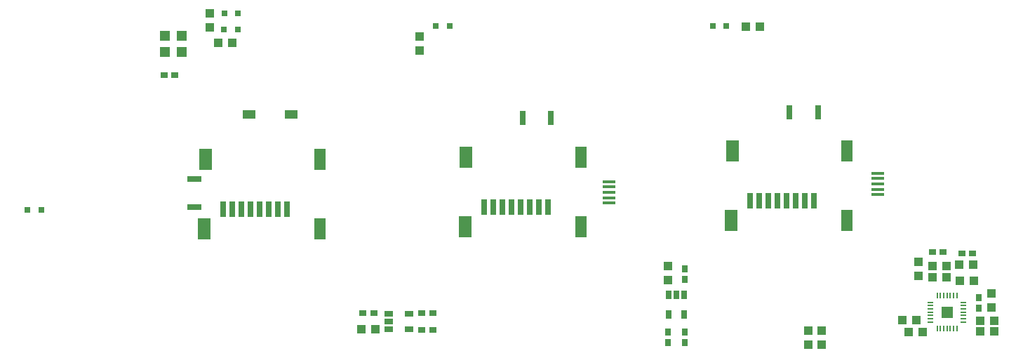
<source format=gtp>
G04*
G04 #@! TF.GenerationSoftware,Altium Limited,Altium Designer,21.9.2 (33)*
G04*
G04 Layer_Color=8421504*
%FSLAX25Y25*%
%MOIN*%
G70*
G04*
G04 #@! TF.SameCoordinates,4219B8C6-809A-426F-B61B-8FBD35EC1222*
G04*
G04*
G04 #@! TF.FilePolarity,Positive*
G04*
G01*
G75*
%ADD15R,0.05709X0.09843*%
%ADD16R,0.05906X0.09843*%
%ADD17R,0.03150X0.07480*%
%ADD18R,0.03937X0.04331*%
%ADD19R,0.03150X0.03150*%
%ADD20R,0.03150X0.06693*%
%ADD21R,0.06693X0.03150*%
%ADD22R,0.06299X0.03937*%
%ADD23R,0.05118X0.05118*%
%ADD24R,0.05906X0.01772*%
%ADD25R,0.04331X0.03937*%
%ADD26R,0.03543X0.02756*%
%ADD27R,0.04331X0.02559*%
%ADD28R,0.02756X0.03543*%
%ADD29O,0.03150X0.00787*%
%ADD30O,0.00787X0.03150*%
%ADD31R,0.05236X0.05236*%
%ADD32R,0.02559X0.04331*%
D15*
X136596Y-49138D02*
D03*
X136549Y-82138D02*
D03*
X386886Y-78138D02*
D03*
X386933Y-45138D02*
D03*
X260386Y-81138D02*
D03*
X260433Y-48138D02*
D03*
D16*
X82096Y-49138D02*
D03*
X81596Y-82138D02*
D03*
X331933Y-78138D02*
D03*
X332433Y-45138D02*
D03*
X205433Y-81138D02*
D03*
X205933Y-48138D02*
D03*
D17*
X90584Y-72690D02*
D03*
X94915D02*
D03*
X99246D02*
D03*
X103576D02*
D03*
X107907D02*
D03*
X112238D02*
D03*
X116569D02*
D03*
X120899D02*
D03*
X371236Y-68690D02*
D03*
X366905D02*
D03*
X362575D02*
D03*
X358244D02*
D03*
X353913D02*
D03*
X349583D02*
D03*
X345252D02*
D03*
X340921D02*
D03*
X244736Y-71690D02*
D03*
X240406D02*
D03*
X236075D02*
D03*
X231744D02*
D03*
X227413D02*
D03*
X223083D02*
D03*
X218752D02*
D03*
X214421D02*
D03*
D18*
X374933Y-136985D02*
D03*
Y-130292D02*
D03*
X368433Y-137185D02*
D03*
Y-130492D02*
D03*
X84233Y20308D02*
D03*
Y13615D02*
D03*
X455433Y-112792D02*
D03*
Y-119485D02*
D03*
X301933Y-106485D02*
D03*
Y-99792D02*
D03*
X183996Y9208D02*
D03*
Y2515D02*
D03*
X420933Y-104485D02*
D03*
Y-97792D02*
D03*
D19*
X97581Y20362D02*
D03*
X91085D02*
D03*
X90885Y12462D02*
D03*
X97381D02*
D03*
X-2315Y-73038D02*
D03*
X4181D02*
D03*
X198181Y14362D02*
D03*
X191685D02*
D03*
X323048Y14262D02*
D03*
X329544D02*
D03*
D20*
X232803Y-29538D02*
D03*
X246189D02*
D03*
X373089Y-26638D02*
D03*
X359703D02*
D03*
D21*
X76996Y-71731D02*
D03*
Y-58346D02*
D03*
D22*
X102996Y-27638D02*
D03*
X122996D02*
D03*
D23*
X62933Y1862D02*
D03*
X70807D02*
D03*
X62933Y9736D02*
D03*
X70807D02*
D03*
D24*
X401433Y-65875D02*
D03*
Y-63316D02*
D03*
Y-60757D02*
D03*
Y-58197D02*
D03*
Y-55638D02*
D03*
X273933Y-69875D02*
D03*
Y-67316D02*
D03*
Y-64757D02*
D03*
Y-62198D02*
D03*
Y-59638D02*
D03*
D25*
X94842Y6362D02*
D03*
X88150D02*
D03*
X162843Y-129575D02*
D03*
X156150D02*
D03*
X413050Y-125338D02*
D03*
X419742D02*
D03*
X456779Y-125638D02*
D03*
X450087D02*
D03*
Y-130638D02*
D03*
X456779D02*
D03*
X447342Y-106838D02*
D03*
X440650D02*
D03*
X440150Y-99038D02*
D03*
X446842D02*
D03*
X434279Y-99638D02*
D03*
X427587D02*
D03*
X427587Y-105138D02*
D03*
X434279D02*
D03*
X416250Y-130938D02*
D03*
X422942D02*
D03*
X338950Y13862D02*
D03*
X345642D02*
D03*
D26*
X67555Y-9138D02*
D03*
X62437D02*
D03*
X190055Y-122075D02*
D03*
X184937D02*
D03*
X441374Y-93638D02*
D03*
X446492D02*
D03*
X432492Y-93138D02*
D03*
X427374D02*
D03*
X156937Y-122138D02*
D03*
X162055D02*
D03*
X184937Y-130075D02*
D03*
X190055D02*
D03*
D27*
X178720Y-122335D02*
D03*
Y-129816D02*
D03*
X169272D02*
D03*
Y-126075D02*
D03*
Y-122335D02*
D03*
D28*
X449433Y-114579D02*
D03*
Y-119697D02*
D03*
X301933Y-136197D02*
D03*
Y-131079D02*
D03*
X309933Y-101079D02*
D03*
Y-106198D02*
D03*
Y-136197D02*
D03*
Y-131079D02*
D03*
D29*
X442307Y-126363D02*
D03*
Y-124788D02*
D03*
Y-123213D02*
D03*
Y-121638D02*
D03*
Y-120064D02*
D03*
Y-118489D02*
D03*
Y-116914D02*
D03*
X426559D02*
D03*
Y-118489D02*
D03*
Y-120064D02*
D03*
Y-121638D02*
D03*
Y-123213D02*
D03*
Y-124788D02*
D03*
Y-126363D02*
D03*
D30*
X439157Y-113764D02*
D03*
X437583D02*
D03*
X436008D02*
D03*
X434433D02*
D03*
X432858D02*
D03*
X431283D02*
D03*
X429709D02*
D03*
Y-129513D02*
D03*
X431283D02*
D03*
X432858D02*
D03*
X434433D02*
D03*
X436008D02*
D03*
X437583D02*
D03*
X439157D02*
D03*
D31*
X434433Y-121638D02*
D03*
D32*
X309579Y-122847D02*
D03*
X302098D02*
D03*
Y-113398D02*
D03*
X305839D02*
D03*
X309579D02*
D03*
M02*

</source>
